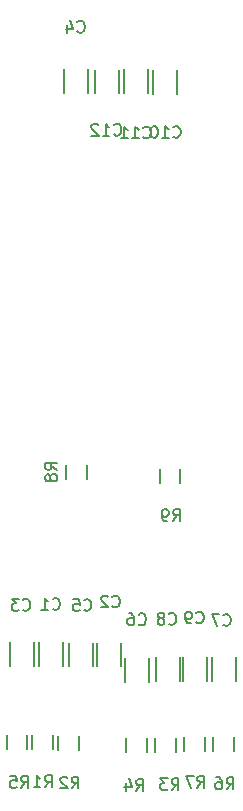
<source format=gbr>
%TF.GenerationSoftware,KiCad,Pcbnew,5.99.0-unknown-9c2a260~88~ubuntu18.04.1*%
%TF.CreationDate,2020-04-14T17:14:38+02:00*%
%TF.ProjectId,BM64_adapter,424d3634-5f61-4646-9170-7465722e6b69,rev?*%
%TF.SameCoordinates,Original*%
%TF.FileFunction,Legend,Bot*%
%TF.FilePolarity,Positive*%
%FSLAX46Y46*%
G04 Gerber Fmt 4.6, Leading zero omitted, Abs format (unit mm)*
G04 Created by KiCad (PCBNEW 5.99.0-unknown-9c2a260~88~ubuntu18.04.1) date 2020-04-14 17:14:38*
%MOMM*%
%LPD*%
G01*
G04 APERTURE LIST*
%ADD10C,0.150000*%
G04 APERTURE END LIST*
D10*
%TO.C,R7*%
X181316600Y-128692200D02*
X181316600Y-127492200D01*
X179566600Y-127492200D02*
X179566600Y-128692200D01*
%TO.C,C9*%
X179492800Y-122716800D02*
X179492800Y-120716800D01*
X181542800Y-120716800D02*
X181542800Y-122716800D01*
%TO.C,R2*%
X168924000Y-127390600D02*
X168924000Y-128590600D01*
X170674000Y-128590600D02*
X170674000Y-127390600D01*
%TO.C,C2*%
X172177600Y-121523000D02*
X172177600Y-119523000D01*
X174227600Y-119523000D02*
X174227600Y-121523000D01*
%TO.C,C1*%
X169350800Y-119491000D02*
X169350800Y-121491000D01*
X167300800Y-121491000D02*
X167300800Y-119491000D01*
%TO.C,C12*%
X171994720Y-72987160D02*
X171994720Y-70987160D01*
X174044720Y-70987160D02*
X174044720Y-72987160D01*
%TO.C,R9*%
X179264280Y-106006200D02*
X179264280Y-104806200D01*
X177514280Y-104806200D02*
X177514280Y-106006200D01*
%TO.C,R8*%
X169597100Y-104441700D02*
X169597100Y-105641700D01*
X171347100Y-105641700D02*
X171347100Y-104441700D01*
%TO.C,R6*%
X182030400Y-127492200D02*
X182030400Y-128692200D01*
X183780400Y-128692200D02*
X183780400Y-127492200D01*
%TO.C,R5*%
X166305200Y-128514400D02*
X166305200Y-127314400D01*
X164555200Y-127314400D02*
X164555200Y-128514400D01*
%TO.C,R4*%
X176439800Y-128768400D02*
X176439800Y-127568400D01*
X174689800Y-127568400D02*
X174689800Y-128768400D01*
%TO.C,R3*%
X177153600Y-127593800D02*
X177153600Y-128793800D01*
X178903600Y-128793800D02*
X178903600Y-127593800D01*
%TO.C,R1*%
X168489600Y-128539800D02*
X168489600Y-127339800D01*
X166739600Y-127339800D02*
X166739600Y-128539800D01*
%TO.C,C11*%
X174483920Y-72956680D02*
X174483920Y-70956680D01*
X176533920Y-70956680D02*
X176533920Y-72956680D01*
%TO.C,C10*%
X176942640Y-73014080D02*
X176942640Y-71014080D01*
X178992640Y-71014080D02*
X178992640Y-73014080D01*
%TO.C,C8*%
X177181400Y-122716800D02*
X177181400Y-120716800D01*
X179231400Y-120716800D02*
X179231400Y-122716800D01*
%TO.C,C7*%
X181931200Y-122742200D02*
X181931200Y-120742200D01*
X183981200Y-120742200D02*
X183981200Y-122742200D01*
%TO.C,C6*%
X176640600Y-120818400D02*
X176640600Y-122818400D01*
X174590600Y-122818400D02*
X174590600Y-120818400D01*
%TO.C,C5*%
X169790000Y-121516400D02*
X169790000Y-119516400D01*
X171840000Y-119516400D02*
X171840000Y-121516400D01*
%TO.C,C4*%
X169403920Y-72956680D02*
X169403920Y-70956680D01*
X171453920Y-70956680D02*
X171453920Y-72956680D01*
%TO.C,C3*%
X164811600Y-121465600D02*
X164811600Y-119465600D01*
X166861600Y-119465600D02*
X166861600Y-121465600D01*
%TO.C,R7*%
X180709866Y-131774180D02*
X181043200Y-131297990D01*
X181281295Y-131774180D02*
X181281295Y-130774180D01*
X180900342Y-130774180D01*
X180805104Y-130821800D01*
X180757485Y-130869419D01*
X180709866Y-130964657D01*
X180709866Y-131107514D01*
X180757485Y-131202752D01*
X180805104Y-131250371D01*
X180900342Y-131297990D01*
X181281295Y-131297990D01*
X180376533Y-130774180D02*
X179709866Y-130774180D01*
X180138438Y-131774180D01*
%TO.C,C9*%
X180608266Y-117787442D02*
X180655885Y-117835061D01*
X180798742Y-117882680D01*
X180893980Y-117882680D01*
X181036838Y-117835061D01*
X181132076Y-117739823D01*
X181179695Y-117644585D01*
X181227314Y-117454109D01*
X181227314Y-117311252D01*
X181179695Y-117120776D01*
X181132076Y-117025538D01*
X181036838Y-116930300D01*
X180893980Y-116882680D01*
X180798742Y-116882680D01*
X180655885Y-116930300D01*
X180608266Y-116977919D01*
X180132076Y-117882680D02*
X179941600Y-117882680D01*
X179846361Y-117835061D01*
X179798742Y-117787442D01*
X179703504Y-117644585D01*
X179655885Y-117454109D01*
X179655885Y-117073157D01*
X179703504Y-116977919D01*
X179751123Y-116930300D01*
X179846361Y-116882680D01*
X180036838Y-116882680D01*
X180132076Y-116930300D01*
X180179695Y-116977919D01*
X180227314Y-117073157D01*
X180227314Y-117311252D01*
X180179695Y-117406490D01*
X180132076Y-117454109D01*
X180036838Y-117501728D01*
X179846361Y-117501728D01*
X179751123Y-117454109D01*
X179703504Y-117406490D01*
X179655885Y-117311252D01*
%TO.C,R2*%
X170054566Y-131846580D02*
X170387900Y-131370390D01*
X170625995Y-131846580D02*
X170625995Y-130846580D01*
X170245042Y-130846580D01*
X170149804Y-130894200D01*
X170102185Y-130941819D01*
X170054566Y-131037057D01*
X170054566Y-131179914D01*
X170102185Y-131275152D01*
X170149804Y-131322771D01*
X170245042Y-131370390D01*
X170625995Y-131370390D01*
X169673614Y-130941819D02*
X169625995Y-130894200D01*
X169530757Y-130846580D01*
X169292661Y-130846580D01*
X169197423Y-130894200D01*
X169149804Y-130941819D01*
X169102185Y-131037057D01*
X169102185Y-131132295D01*
X169149804Y-131275152D01*
X169721233Y-131846580D01*
X169102185Y-131846580D01*
%TO.C,C2*%
X173506426Y-116430562D02*
X173554045Y-116478181D01*
X173696902Y-116525800D01*
X173792140Y-116525800D01*
X173934998Y-116478181D01*
X174030236Y-116382943D01*
X174077855Y-116287705D01*
X174125474Y-116097229D01*
X174125474Y-115954372D01*
X174077855Y-115763896D01*
X174030236Y-115668658D01*
X173934998Y-115573420D01*
X173792140Y-115525800D01*
X173696902Y-115525800D01*
X173554045Y-115573420D01*
X173506426Y-115621039D01*
X173125474Y-115621039D02*
X173077855Y-115573420D01*
X172982617Y-115525800D01*
X172744521Y-115525800D01*
X172649283Y-115573420D01*
X172601664Y-115621039D01*
X172554045Y-115716277D01*
X172554045Y-115811515D01*
X172601664Y-115954372D01*
X173173093Y-116525800D01*
X172554045Y-116525800D01*
%TO.C,C1*%
X168451826Y-116626662D02*
X168499445Y-116674281D01*
X168642302Y-116721900D01*
X168737540Y-116721900D01*
X168880398Y-116674281D01*
X168975636Y-116579043D01*
X169023255Y-116483805D01*
X169070874Y-116293329D01*
X169070874Y-116150472D01*
X169023255Y-115959996D01*
X168975636Y-115864758D01*
X168880398Y-115769520D01*
X168737540Y-115721900D01*
X168642302Y-115721900D01*
X168499445Y-115769520D01*
X168451826Y-115817139D01*
X167499445Y-116721900D02*
X168070874Y-116721900D01*
X167785160Y-116721900D02*
X167785160Y-115721900D01*
X167880398Y-115864758D01*
X167975636Y-115959996D01*
X168070874Y-116007615D01*
%TO.C,C12*%
X173637177Y-76479422D02*
X173684796Y-76527041D01*
X173827653Y-76574660D01*
X173922891Y-76574660D01*
X174065748Y-76527041D01*
X174160986Y-76431803D01*
X174208605Y-76336565D01*
X174256224Y-76146089D01*
X174256224Y-76003232D01*
X174208605Y-75812756D01*
X174160986Y-75717518D01*
X174065748Y-75622280D01*
X173922891Y-75574660D01*
X173827653Y-75574660D01*
X173684796Y-75622280D01*
X173637177Y-75669899D01*
X172684796Y-76574660D02*
X173256224Y-76574660D01*
X172970510Y-76574660D02*
X172970510Y-75574660D01*
X173065748Y-75717518D01*
X173160986Y-75812756D01*
X173256224Y-75860375D01*
X172303843Y-75669899D02*
X172256224Y-75622280D01*
X172160986Y-75574660D01*
X171922891Y-75574660D01*
X171827653Y-75622280D01*
X171780034Y-75669899D01*
X171732415Y-75765137D01*
X171732415Y-75860375D01*
X171780034Y-76003232D01*
X172351462Y-76574660D01*
X171732415Y-76574660D01*
%TO.C,R9*%
X178641546Y-109214220D02*
X178974880Y-108738030D01*
X179212975Y-109214220D02*
X179212975Y-108214220D01*
X178832022Y-108214220D01*
X178736784Y-108261840D01*
X178689165Y-108309459D01*
X178641546Y-108404697D01*
X178641546Y-108547554D01*
X178689165Y-108642792D01*
X178736784Y-108690411D01*
X178832022Y-108738030D01*
X179212975Y-108738030D01*
X178165356Y-109214220D02*
X177974880Y-109214220D01*
X177879641Y-109166601D01*
X177832022Y-109118982D01*
X177736784Y-108976125D01*
X177689165Y-108785649D01*
X177689165Y-108404697D01*
X177736784Y-108309459D01*
X177784403Y-108261840D01*
X177879641Y-108214220D01*
X178070118Y-108214220D01*
X178165356Y-108261840D01*
X178212975Y-108309459D01*
X178260594Y-108404697D01*
X178260594Y-108642792D01*
X178212975Y-108738030D01*
X178165356Y-108785649D01*
X178070118Y-108833268D01*
X177879641Y-108833268D01*
X177784403Y-108785649D01*
X177736784Y-108738030D01*
X177689165Y-108642792D01*
%TO.C,R8*%
X168824480Y-104875033D02*
X168348290Y-104541700D01*
X168824480Y-104303604D02*
X167824480Y-104303604D01*
X167824480Y-104684557D01*
X167872100Y-104779795D01*
X167919719Y-104827414D01*
X168014957Y-104875033D01*
X168157814Y-104875033D01*
X168253052Y-104827414D01*
X168300671Y-104779795D01*
X168348290Y-104684557D01*
X168348290Y-104303604D01*
X168253052Y-105446461D02*
X168205433Y-105351223D01*
X168157814Y-105303604D01*
X168062576Y-105255985D01*
X168014957Y-105255985D01*
X167919719Y-105303604D01*
X167872100Y-105351223D01*
X167824480Y-105446461D01*
X167824480Y-105636938D01*
X167872100Y-105732176D01*
X167919719Y-105779795D01*
X168014957Y-105827414D01*
X168062576Y-105827414D01*
X168157814Y-105779795D01*
X168205433Y-105732176D01*
X168253052Y-105636938D01*
X168253052Y-105446461D01*
X168300671Y-105351223D01*
X168348290Y-105303604D01*
X168443528Y-105255985D01*
X168634004Y-105255985D01*
X168729242Y-105303604D01*
X168776861Y-105351223D01*
X168824480Y-105446461D01*
X168824480Y-105636938D01*
X168776861Y-105732176D01*
X168729242Y-105779795D01*
X168634004Y-105827414D01*
X168443528Y-105827414D01*
X168348290Y-105779795D01*
X168300671Y-105732176D01*
X168253052Y-105636938D01*
%TO.C,R6*%
X183173666Y-131922780D02*
X183507000Y-131446590D01*
X183745095Y-131922780D02*
X183745095Y-130922780D01*
X183364142Y-130922780D01*
X183268904Y-130970400D01*
X183221285Y-131018019D01*
X183173666Y-131113257D01*
X183173666Y-131256114D01*
X183221285Y-131351352D01*
X183268904Y-131398971D01*
X183364142Y-131446590D01*
X183745095Y-131446590D01*
X182316523Y-130922780D02*
X182507000Y-130922780D01*
X182602238Y-130970400D01*
X182649857Y-131018019D01*
X182745095Y-131160876D01*
X182792714Y-131351352D01*
X182792714Y-131732304D01*
X182745095Y-131827542D01*
X182697476Y-131875161D01*
X182602238Y-131922780D01*
X182411761Y-131922780D01*
X182316523Y-131875161D01*
X182268904Y-131827542D01*
X182221285Y-131732304D01*
X182221285Y-131494209D01*
X182268904Y-131398971D01*
X182316523Y-131351352D01*
X182411761Y-131303733D01*
X182602238Y-131303733D01*
X182697476Y-131351352D01*
X182745095Y-131398971D01*
X182792714Y-131494209D01*
%TO.C,R5*%
X165775626Y-131782620D02*
X166108960Y-131306430D01*
X166347055Y-131782620D02*
X166347055Y-130782620D01*
X165966102Y-130782620D01*
X165870864Y-130830240D01*
X165823245Y-130877859D01*
X165775626Y-130973097D01*
X165775626Y-131115954D01*
X165823245Y-131211192D01*
X165870864Y-131258811D01*
X165966102Y-131306430D01*
X166347055Y-131306430D01*
X164870864Y-130782620D02*
X165347055Y-130782620D01*
X165394674Y-131258811D01*
X165347055Y-131211192D01*
X165251817Y-131163573D01*
X165013721Y-131163573D01*
X164918483Y-131211192D01*
X164870864Y-131258811D01*
X164823245Y-131354049D01*
X164823245Y-131592144D01*
X164870864Y-131687382D01*
X164918483Y-131735001D01*
X165013721Y-131782620D01*
X165251817Y-131782620D01*
X165347055Y-131735001D01*
X165394674Y-131687382D01*
%TO.C,R4*%
X175528266Y-132049780D02*
X175861600Y-131573590D01*
X176099695Y-132049780D02*
X176099695Y-131049780D01*
X175718742Y-131049780D01*
X175623504Y-131097400D01*
X175575885Y-131145019D01*
X175528266Y-131240257D01*
X175528266Y-131383114D01*
X175575885Y-131478352D01*
X175623504Y-131525971D01*
X175718742Y-131573590D01*
X176099695Y-131573590D01*
X174671123Y-131383114D02*
X174671123Y-132049780D01*
X174909219Y-131002161D02*
X175147314Y-131716447D01*
X174528266Y-131716447D01*
%TO.C,R3*%
X178525466Y-131998980D02*
X178858800Y-131522790D01*
X179096895Y-131998980D02*
X179096895Y-130998980D01*
X178715942Y-130998980D01*
X178620704Y-131046600D01*
X178573085Y-131094219D01*
X178525466Y-131189457D01*
X178525466Y-131332314D01*
X178573085Y-131427552D01*
X178620704Y-131475171D01*
X178715942Y-131522790D01*
X179096895Y-131522790D01*
X178192133Y-130998980D02*
X177573085Y-130998980D01*
X177906419Y-131379933D01*
X177763561Y-131379933D01*
X177668323Y-131427552D01*
X177620704Y-131475171D01*
X177573085Y-131570409D01*
X177573085Y-131808504D01*
X177620704Y-131903742D01*
X177668323Y-131951361D01*
X177763561Y-131998980D01*
X178049276Y-131998980D01*
X178144514Y-131951361D01*
X178192133Y-131903742D01*
%TO.C,R1*%
X167781266Y-131744980D02*
X168114600Y-131268790D01*
X168352695Y-131744980D02*
X168352695Y-130744980D01*
X167971742Y-130744980D01*
X167876504Y-130792600D01*
X167828885Y-130840219D01*
X167781266Y-130935457D01*
X167781266Y-131078314D01*
X167828885Y-131173552D01*
X167876504Y-131221171D01*
X167971742Y-131268790D01*
X168352695Y-131268790D01*
X166828885Y-131744980D02*
X167400314Y-131744980D01*
X167114600Y-131744980D02*
X167114600Y-130744980D01*
X167209838Y-130887838D01*
X167305076Y-130983076D01*
X167400314Y-131030695D01*
%TO.C,C11*%
X176126377Y-76716662D02*
X176173996Y-76764281D01*
X176316853Y-76811900D01*
X176412091Y-76811900D01*
X176554948Y-76764281D01*
X176650186Y-76669043D01*
X176697805Y-76573805D01*
X176745424Y-76383329D01*
X176745424Y-76240472D01*
X176697805Y-76049996D01*
X176650186Y-75954758D01*
X176554948Y-75859520D01*
X176412091Y-75811900D01*
X176316853Y-75811900D01*
X176173996Y-75859520D01*
X176126377Y-75907139D01*
X175173996Y-76811900D02*
X175745424Y-76811900D01*
X175459710Y-76811900D02*
X175459710Y-75811900D01*
X175554948Y-75954758D01*
X175650186Y-76049996D01*
X175745424Y-76097615D01*
X174221615Y-76811900D02*
X174793043Y-76811900D01*
X174507329Y-76811900D02*
X174507329Y-75811900D01*
X174602567Y-75954758D01*
X174697805Y-76049996D01*
X174793043Y-76097615D01*
%TO.C,C10*%
X178661297Y-76670422D02*
X178708916Y-76718041D01*
X178851773Y-76765660D01*
X178947011Y-76765660D01*
X179089868Y-76718041D01*
X179185106Y-76622803D01*
X179232725Y-76527565D01*
X179280344Y-76337089D01*
X179280344Y-76194232D01*
X179232725Y-76003756D01*
X179185106Y-75908518D01*
X179089868Y-75813280D01*
X178947011Y-75765660D01*
X178851773Y-75765660D01*
X178708916Y-75813280D01*
X178661297Y-75860899D01*
X177708916Y-76765660D02*
X178280344Y-76765660D01*
X177994630Y-76765660D02*
X177994630Y-75765660D01*
X178089868Y-75908518D01*
X178185106Y-76003756D01*
X178280344Y-76051375D01*
X177089868Y-75765660D02*
X176994630Y-75765660D01*
X176899392Y-75813280D01*
X176851773Y-75860899D01*
X176804154Y-75956137D01*
X176756535Y-76146613D01*
X176756535Y-76384708D01*
X176804154Y-76575184D01*
X176851773Y-76670422D01*
X176899392Y-76718041D01*
X176994630Y-76765660D01*
X177089868Y-76765660D01*
X177185106Y-76718041D01*
X177232725Y-76670422D01*
X177280344Y-76575184D01*
X177327963Y-76384708D01*
X177327963Y-76146613D01*
X177280344Y-75956137D01*
X177232725Y-75860899D01*
X177185106Y-75813280D01*
X177089868Y-75765660D01*
%TO.C,C8*%
X178281626Y-117894622D02*
X178329245Y-117942241D01*
X178472102Y-117989860D01*
X178567340Y-117989860D01*
X178710198Y-117942241D01*
X178805436Y-117847003D01*
X178853055Y-117751765D01*
X178900674Y-117561289D01*
X178900674Y-117418432D01*
X178853055Y-117227956D01*
X178805436Y-117132718D01*
X178710198Y-117037480D01*
X178567340Y-116989860D01*
X178472102Y-116989860D01*
X178329245Y-117037480D01*
X178281626Y-117085099D01*
X177710198Y-117418432D02*
X177805436Y-117370813D01*
X177853055Y-117323194D01*
X177900674Y-117227956D01*
X177900674Y-117180337D01*
X177853055Y-117085099D01*
X177805436Y-117037480D01*
X177710198Y-116989860D01*
X177519721Y-116989860D01*
X177424483Y-117037480D01*
X177376864Y-117085099D01*
X177329245Y-117180337D01*
X177329245Y-117227956D01*
X177376864Y-117323194D01*
X177424483Y-117370813D01*
X177519721Y-117418432D01*
X177710198Y-117418432D01*
X177805436Y-117466051D01*
X177853055Y-117513670D01*
X177900674Y-117608908D01*
X177900674Y-117799384D01*
X177853055Y-117894622D01*
X177805436Y-117942241D01*
X177710198Y-117989860D01*
X177519721Y-117989860D01*
X177424483Y-117942241D01*
X177376864Y-117894622D01*
X177329245Y-117799384D01*
X177329245Y-117608908D01*
X177376864Y-117513670D01*
X177424483Y-117466051D01*
X177519721Y-117418432D01*
%TO.C,C7*%
X182899346Y-117988102D02*
X182946965Y-118035721D01*
X183089822Y-118083340D01*
X183185060Y-118083340D01*
X183327918Y-118035721D01*
X183423156Y-117940483D01*
X183470775Y-117845245D01*
X183518394Y-117654769D01*
X183518394Y-117511912D01*
X183470775Y-117321436D01*
X183423156Y-117226198D01*
X183327918Y-117130960D01*
X183185060Y-117083340D01*
X183089822Y-117083340D01*
X182946965Y-117130960D01*
X182899346Y-117178579D01*
X182566013Y-117083340D02*
X181899346Y-117083340D01*
X182327918Y-118083340D01*
%TO.C,C6*%
X175731466Y-117933742D02*
X175779085Y-117981361D01*
X175921942Y-118028980D01*
X176017180Y-118028980D01*
X176160038Y-117981361D01*
X176255276Y-117886123D01*
X176302895Y-117790885D01*
X176350514Y-117600409D01*
X176350514Y-117457552D01*
X176302895Y-117267076D01*
X176255276Y-117171838D01*
X176160038Y-117076600D01*
X176017180Y-117028980D01*
X175921942Y-117028980D01*
X175779085Y-117076600D01*
X175731466Y-117124219D01*
X174874323Y-117028980D02*
X175064800Y-117028980D01*
X175160038Y-117076600D01*
X175207657Y-117124219D01*
X175302895Y-117267076D01*
X175350514Y-117457552D01*
X175350514Y-117838504D01*
X175302895Y-117933742D01*
X175255276Y-117981361D01*
X175160038Y-118028980D01*
X174969561Y-118028980D01*
X174874323Y-117981361D01*
X174826704Y-117933742D01*
X174779085Y-117838504D01*
X174779085Y-117600409D01*
X174826704Y-117505171D01*
X174874323Y-117457552D01*
X174969561Y-117409933D01*
X175160038Y-117409933D01*
X175255276Y-117457552D01*
X175302895Y-117505171D01*
X175350514Y-117600409D01*
%TO.C,C5*%
X171108666Y-116726742D02*
X171156285Y-116774361D01*
X171299142Y-116821980D01*
X171394380Y-116821980D01*
X171537238Y-116774361D01*
X171632476Y-116679123D01*
X171680095Y-116583885D01*
X171727714Y-116393409D01*
X171727714Y-116250552D01*
X171680095Y-116060076D01*
X171632476Y-115964838D01*
X171537238Y-115869600D01*
X171394380Y-115821980D01*
X171299142Y-115821980D01*
X171156285Y-115869600D01*
X171108666Y-115917219D01*
X170203904Y-115821980D02*
X170680095Y-115821980D01*
X170727714Y-116298171D01*
X170680095Y-116250552D01*
X170584857Y-116202933D01*
X170346761Y-116202933D01*
X170251523Y-116250552D01*
X170203904Y-116298171D01*
X170156285Y-116393409D01*
X170156285Y-116631504D01*
X170203904Y-116726742D01*
X170251523Y-116774361D01*
X170346761Y-116821980D01*
X170584857Y-116821980D01*
X170680095Y-116774361D01*
X170727714Y-116726742D01*
%TO.C,C4*%
X170539706Y-67760622D02*
X170587325Y-67808241D01*
X170730182Y-67855860D01*
X170825420Y-67855860D01*
X170968278Y-67808241D01*
X171063516Y-67713003D01*
X171111135Y-67617765D01*
X171158754Y-67427289D01*
X171158754Y-67284432D01*
X171111135Y-67093956D01*
X171063516Y-66998718D01*
X170968278Y-66903480D01*
X170825420Y-66855860D01*
X170730182Y-66855860D01*
X170587325Y-66903480D01*
X170539706Y-66951099D01*
X169682563Y-67189194D02*
X169682563Y-67855860D01*
X169920659Y-66808241D02*
X170158754Y-67522527D01*
X169539706Y-67522527D01*
%TO.C,C3*%
X165927066Y-116707942D02*
X165974685Y-116755561D01*
X166117542Y-116803180D01*
X166212780Y-116803180D01*
X166355638Y-116755561D01*
X166450876Y-116660323D01*
X166498495Y-116565085D01*
X166546114Y-116374609D01*
X166546114Y-116231752D01*
X166498495Y-116041276D01*
X166450876Y-115946038D01*
X166355638Y-115850800D01*
X166212780Y-115803180D01*
X166117542Y-115803180D01*
X165974685Y-115850800D01*
X165927066Y-115898419D01*
X165593733Y-115803180D02*
X164974685Y-115803180D01*
X165308019Y-116184133D01*
X165165161Y-116184133D01*
X165069923Y-116231752D01*
X165022304Y-116279371D01*
X164974685Y-116374609D01*
X164974685Y-116612704D01*
X165022304Y-116707942D01*
X165069923Y-116755561D01*
X165165161Y-116803180D01*
X165450876Y-116803180D01*
X165546114Y-116755561D01*
X165593733Y-116707942D01*
%TD*%
M02*

</source>
